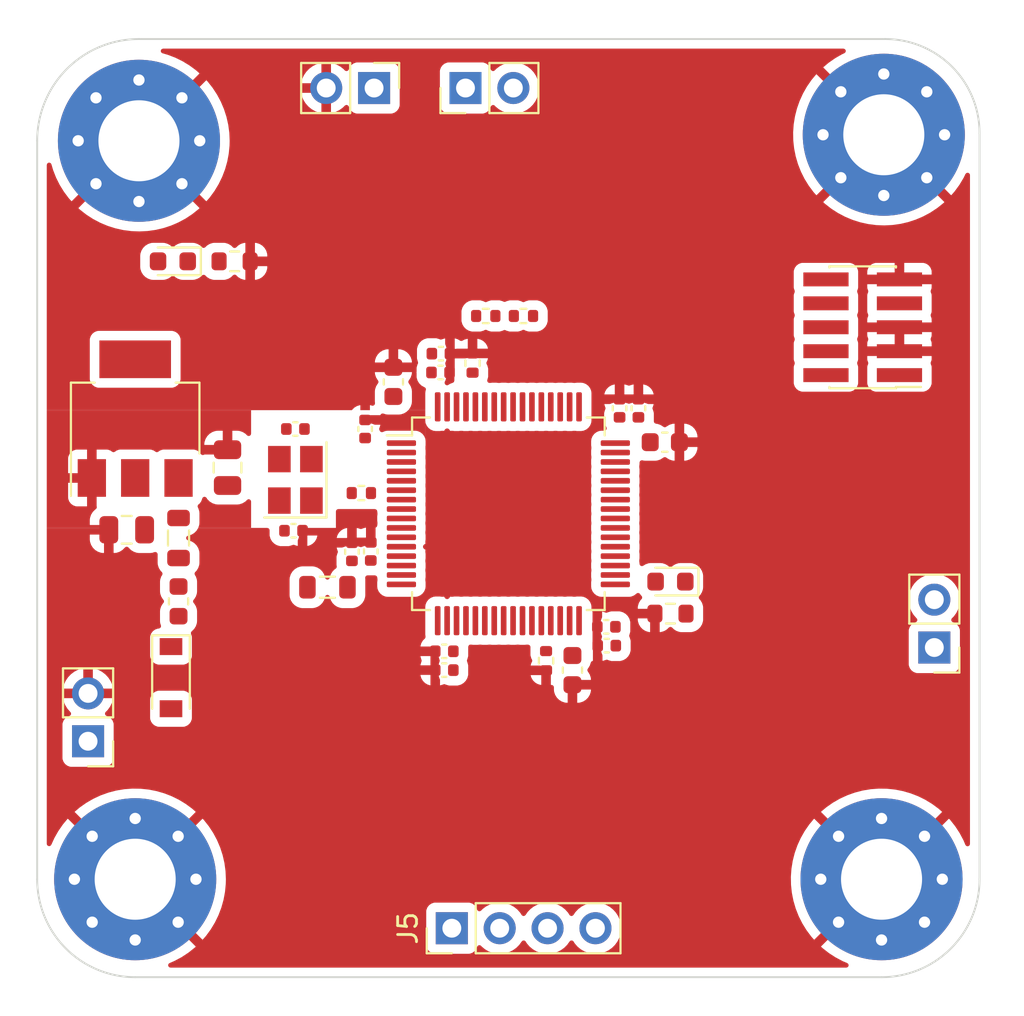
<source format=kicad_pcb>
(kicad_pcb (version 20211014) (generator pcbnew)
  (layers (0 "F.Cu" signal) (1 "In1.Cu" power) (2 "In2.Cu" power) (31 "B.Cu" signal) (34 "B.Paste" user) (35 "F.Paste" user) (36 "B.SilkS" user "B.Silkscreen") (37 "F.SilkS" user "F.Silkscreen") (38 "B.Mask" user) (39 "F.Mask" user) (44 "Edge.Cuts" user))
  (net 0 "")
  (net 1 "GND")
  (net 2 "Net-(D3-Pad1)")
  (net 3 "Net-(D2-Pad1)")
  (net 4 "BOOT0")
  (net 5 "Net-(C18-Pad1)")
  (net 6 "HSE_OUT")
  (net 7 "BOOT1")
  (net 8 "I2C1_SDA")
  (net 9 "+3V3")
  (net 10 "I2C1_SCL")
  (net 11 "Net-(C1-Pad2)")
  (net 15 "HSE_IN")
  (net 16 "NRST")
  (net 21 "+3.3VA")
  (net 26 "SPI1_CS")
  (net 27 "SPI1_SCK")
  (net 28 "SPI1_MISO")
  (net 29 "SPI1_MOSI")
  (net 36 "Net-(C15-Pad1)")
  (net 37 "Net-(D3-Pad2)")
  (net 46 "USART1_TX")
  (net 47 "USART1_RX")
  (net 50 "SWDIO")
  (net 51 "Net-(C16-Pad1)")
  (net 52 "SWCLK")
  (net 58 "SWO")
  (net 63 "Net-(F1-Pad2)")
  (net 64 "Net-(D1-Pad1)")
  (net 65 "VCC")
  (footprint "Capacitor_SMD:C_0402_1005Metric" (layer "F.Cu") (at 74.1 60.5 180)
    (fp_text reference "C17")
    (fp_text value "12p")
    (fp_line (start -0.107836 0.36) (end 0.107836 0.36) (layer "F.SilkS") (width 0.12))
    (fp_line (start -0.107836 -0.36) (end 0.107836 -0.36) (layer "F.SilkS") (width 0.12))
    (pad "1" smd roundrect (at -0.48 0 180) (size 0.56 0.62) (layers "F.Cu" "F.Paste" "F.Mask") (net 1 "GND"))
    (pad "2" smd roundrect (at 0.48 0 180) (size 0.56 0.62) (layers "F.Cu" "F.Paste" "F.Mask") (net 15 "HSE_IN"))
  )
  (footprint "Resistor_SMD:R_0402_1005Metric" (layer "F.Cu") (at 77.6 63.9 180)
    (fp_text reference "R6")
    (fp_text value "220")
    (fp_line (start -0.153641 0.38) (end 0.153641 0.38) (layer "F.SilkS") (width 0.12))
    (fp_line (start -0.153641 -0.38) (end 0.153641 -0.38) (layer "F.SilkS") (width 0.12))
    (pad "1" smd roundrect (at -0.51 0 180) (size 0.54 0.64) (layers "F.Cu" "F.Paste" "F.Mask") (net 5 "Net-(C18-Pad1)"))
    (pad "2" smd roundrect (at 0.51 0 180) (size 0.54 0.64) (layers "F.Cu" "F.Paste" "F.Mask") (net 6 "HSE_OUT"))
  )
  (footprint "Connector_PinHeader_2.54mm:PinHeader_1x02_P2.54mm_Vertical" (layer "F.Cu") (at 63.1 77.075 180)
    (fp_text reference "J1")
    (fp_text value "Conn_01x02")
    (fp_line (start -1.33 -1.33) (end 0 -1.33) (layer "F.SilkS") (width 0.12))
    (fp_line (start -1.33 3.87) (end 1.33 3.87) (layer "F.SilkS") (width 0.12))
    (fp_line (start 1.33 1.27) (end 1.33 3.87) (layer "F.SilkS") (width 0.12))
    (fp_line (start -1.33 1.27) (end -1.33 3.87) (layer "F.SilkS") (width 0.12))
    (fp_line (start -1.33 1.27) (end 1.33 1.27) (layer "F.SilkS") (width 0.12))
    (fp_line (start -1.33 0) (end -1.33 -1.33) (layer "F.SilkS") (width 0.12))
    (pad "1" thru_hole rect (at 0 0 180) (size 1.7 1.7) (drill 1) (layers *.Cu *.Mask) (net 65 "VCC"))
    (pad "2" thru_hole oval (at 0 2.54 180) (size 1.7 1.7) (drill 1) (layers *.Cu *.Mask) (net 1 "GND"))
  )
  (footprint "Capacitor_SMD:C_0805_2012Metric" (layer "F.Cu") (at 65.15 65.85 180)
    (fp_text reference "C2")
    (fp_text value "10u")
    (fp_line (start -0.261252 0.735) (end 0.261252 0.735) (layer "F.SilkS") (width 0.12))
    (fp_line (start -0.261252 -0.735) (end 0.261252 -0.735) (layer "F.SilkS") (width 0.12))
    (pad "1" smd roundrect (at -0.95 0 180) (size 1 1.45) (layers "F.Cu" "F.Paste" "F.Mask") (net 9 "+3V3"))
    (pad "2" smd roundrect (at 0.95 0 180) (size 1 1.45) (layers "F.Cu" "F.Paste" "F.Mask") (net 1 "GND"))
  )
  (footprint "Capacitor_SMD:C_0402_1005Metric" (layer "F.Cu") (at 81.8 57.5)
    (fp_text reference "C11")
    (fp_text value "100nf")
    (fp_line (start -0.107836 -0.36) (end 0.107836 -0.36) (layer "F.SilkS") (width 0.12))
    (fp_line (start -0.107836 0.36) (end 0.107836 0.36) (layer "F.SilkS") (width 0.12))
    (pad "1" smd roundrect (at -0.48 0) (size 0.56 0.62) (layers "F.Cu" "F.Paste" "F.Mask") (net 9 "+3V3"))
    (pad "2" smd roundrect (at 0.48 0) (size 0.56 0.62) (layers "F.Cu" "F.Paste" "F.Mask") (net 1 "GND"))
  )
  (footprint "Capacitor_SMD:C_0402_1005Metric" (layer "F.Cu") (at 78.1 67 90)
    (fp_text reference "C14")
    (fp_text value "10nf")
    (fp_line (start -0.107836 0.36) (end 0.107836 0.36) (layer "F.SilkS") (width 0.12))
    (fp_line (start -0.107836 -0.36) (end 0.107836 -0.36) (layer "F.SilkS") (width 0.12))
    (pad "1" smd roundrect (at -0.48 0 90) (size 0.56 0.62) (layers "F.Cu" "F.Paste" "F.Mask") (net 21 "+3.3VA"))
    (pad "2" smd roundrect (at 0.48 0 90) (size 0.56 0.62) (layers "F.Cu" "F.Paste" "F.Mask") (net 1 "GND"))
  )
  (footprint "Capacitor_SMD:C_0402_1005Metric" (layer "F.Cu") (at 81.82 56.5)
    (fp_text reference "C12")
    (fp_text value "100nf")
    (fp_line (start -0.107836 0.36) (end 0.107836 0.36) (layer "F.SilkS") (width 0.12))
    (fp_line (start -0.107836 -0.36) (end 0.107836 -0.36) (layer "F.SilkS") (width 0.12))
    (pad "1" smd roundrect (at -0.48 0) (size 0.56 0.62) (layers "F.Cu" "F.Paste" "F.Mask") (net 9 "+3V3"))
    (pad "2" smd roundrect (at 0.48 0) (size 0.56 0.62) (layers "F.Cu" "F.Paste" "F.Mask") (net 1 "GND"))
  )
  (footprint "Capacitor_SMD:C_0603_1608Metric" (layer "F.Cu") (at 93.7 61.2)
    (fp_text reference "C16")
    (fp_text value "2.2u")
    (fp_line (start -0.14058 -0.51) (end 0.14058 -0.51) (layer "F.SilkS") (width 0.12))
    (fp_line (start -0.14058 0.51) (end 0.14058 0.51) (layer "F.SilkS") (width 0.12))
    (pad "1" smd roundrect (at -0.775 0) (size 0.9 0.95) (layers "F.Cu" "F.Paste" "F.Mask") (net 51 "Net-(C16-Pad1)"))
    (pad "2" smd roundrect (at 0.775 0) (size 0.9 0.95) (layers "F.Cu" "F.Paste" "F.Mask") (net 1 "GND"))
  )
  (footprint "Connector_PinHeader_1.27mm:PinHeader_2x05_P1.27mm_Vertical_SMD" (layer "F.Cu") (at 104.2 55.1 180)
    (fp_text reference "J4")
    (fp_text value "Conn_02x05_Odd_Even")
    (fp_line (start -1.765 -3.235) (end 1.765 -3.235) (layer "F.SilkS") (width 0.12))
    (fp_line (start 1.765 3.17) (end 1.765 3.235) (layer "F.SilkS") (width 0.12))
    (fp_line (start -3.09 -3.17) (end -1.765 -3.17) (layer "F.SilkS") (width 0.12))
    (fp_line (start 1.765 -3.235) (end 1.765 -3.17) (layer "F.SilkS") (width 0.12))
    (fp_line (start -1.765 3.235) (end 1.765 3.235) (layer "F.SilkS") (width 0.12))
    (fp_line (start -1.765 -3.235) (end -1.765 -3.17) (layer "F.SilkS") (width 0.12))
    (fp_line (start -1.765 3.17) (end -1.765 3.235) (layer "F.SilkS") (width 0.12))
    (pad "1" smd rect (at -1.95 -2.54 180) (size 2.4 0.74) (layers "F.Cu" "F.Paste" "F.Mask") (net 9 "+3V3"))
    (pad "2" smd rect (at 1.95 -2.54 180) (size 2.4 0.74) (layers "F.Cu" "F.Paste" "F.Mask") (net 50 "SWDIO"))
    (pad "3" smd rect (at -1.95 -1.27 180) (size 2.4 0.74) (layers "F.Cu" "F.Paste" "F.Mask") (net 1 "GND"))
    (pad "4" smd rect (at 1.95 -1.27 180) (size 2.4 0.74) (layers "F.Cu" "F.Paste" "F.Mask") (net 52 "SWCLK"))
    (pad "5" smd rect (at -1.95 0 180) (size 2.4 0.74) (layers "F.Cu" "F.Paste" "F.Mask") (net 1 "GND"))
    (pad "6" smd rect (at 1.95 0 180) (size 2.4 0.74) (layers "F.Cu" "F.Paste" "F.Mask") (net 58 "SWO"))
    (pad "7" smd rect (at -1.95 1.27 180) (size 2.4 0.74) (layers "F.Cu" "F.Paste" "F.Mask"))
    (pad "8" smd rect (at 1.95 1.27 180) (size 2.4 0.74) (layers "F.Cu" "F.Paste" "F.Mask"))
    (pad "9" smd rect (at -1.95 2.54 180) (size 2.4 0.74) (layers "F.Cu" "F.Paste" "F.Mask") (net 1 "GND"))
    (pad "10" smd rect (at 1.95 2.54 180) (size 2.4 0.74) (layers "F.Cu" "F.Paste" "F.Mask") (net 16 "NRST"))
  )
  (footprint "Capacitor_SMD:C_0805_2012Metric" (layer "F.Cu") (at 70.5 62.55 -90)
    (fp_text reference "C1")
    (fp_text value "10u")
    (fp_line (start -0.261252 -0.735) (end 0.261252 -0.735) (layer "F.SilkS") (width 0.12))
    (fp_line (start -0.261252 0.735) (end 0.261252 0.735) (layer "F.SilkS") (width 0.12))
    (pad "1" smd roundrect (at -0.95 0 270) (size 1 1.45) (layers "F.Cu" "F.Paste" "F.Mask") (net 1 "GND"))
    (pad "2" smd roundrect (at 0.95 0 270) (size 1 1.45) (layers "F.Cu" "F.Paste" "F.Mask") (net 11 "Net-(C1-Pad2)"))
  )
  (footprint "Resistor_SMD:R_0402_1005Metric" (layer "F.Cu") (at 84.2 54.5 180)
    (fp_text reference "R2")
    (fp_text value "2k2")
    (fp_line (start -0.153641 0.38) (end 0.153641 0.38) (layer "F.SilkS") (width 0.12))
    (fp_line (start -0.153641 -0.38) (end 0.153641 -0.38) (layer "F.SilkS") (width 0.12))
    (pad "1" smd roundrect (at -0.51 0 180) (size 0.54 0.64) (layers "F.Cu" "F.Paste" "F.Mask") (net 10 "I2C1_SCL"))
    (pad "2" smd roundrect (at 0.51 0 180) (size 0.54 0.64) (layers "F.Cu" "F.Paste" "F.Mask") (net 9 "+3V3"))
  )
  (footprint "LED_SMD:LED_0603_1608Metric" (layer "F.Cu") (at 67.6 51.6 180)
    (fp_text reference "D2")
    (fp_text value "Red")
    (fp_line (start -1.485 -0.735) (end -1.485 0.735) (layer "F.SilkS") (width 0.12))
    (fp_line (start 0.8 -0.735) (end -1.485 -0.735) (layer "F.SilkS") (width 0.12))
    (fp_line (start -1.485 0.735) (end 0.8 0.735) (layer "F.SilkS") (width 0.12))
    (pad "1" smd roundrect (at -0.7875 0 180) (size 0.875 0.95) (layers "F.Cu" "F.Paste" "F.Mask") (net 3 "Net-(D2-Pad1)"))
    (pad "2" smd roundrect (at 0.7875 0 180) (size 0.875 0.95) (layers "F.Cu" "F.Paste" "F.Mask") (net 9 "+3V3"))
  )
  (footprint "Capacitor_SMD:C_0402_1005Metric" (layer "F.Cu") (at 82 72.3 180)
    (fp_text reference "C5")
    (fp_text value "100nf")
    (fp_line (start -0.107836 0.36) (end 0.107836 0.36) (layer "F.SilkS") (width 0.12))
    (fp_line (start -0.107836 -0.36) (end 0.107836 -0.36) (layer "F.SilkS") (width 0.12))
    (pad "1" smd roundrect (at -0.48 0 180) (size 0.56 0.62) (layers "F.Cu" "F.Paste" "F.Mask") (net 9 "+3V3"))
    (pad "2" smd roundrect (at 0.48 0 180) (size 0.56 0.62) (layers "F.Cu" "F.Paste" "F.Mask") (net 1 "GND"))
  )
  (footprint "Package_TO_SOT_SMD:SOT-223-3_TabPin2" (layer "F.Cu") (at 65.6 59.95 90)
    (fp_text reference "U1")
    (fp_text value "AMS1117-3.3")
    (fp_line (start -1.85 3.41) (end 1.91 3.41) (layer "F.SilkS") (width 0.12))
    (fp_line (start 1.91 3.41) (end 1.91 2.15) (layer "F.SilkS") (width 0.12))
    (fp_line (start 1.91 -3.41) (end 1.91 -2.15) (layer "F.SilkS") (width 0.12))
    (fp_line (start -4.1 -3.41) (end 1.91 -3.41) (layer "F.SilkS") (width 0.12))
    (pad "1" smd rect (at -3.15 -2.3 90) (size 2 1.5) (layers "F.Cu" "F.Paste" "F.Mask") (net 1 "GND"))
    (pad "2" smd rect (at -3.15 0 90) (size 2 1.5) (layers "F.Cu" "F.Paste" "F.Mask") (net 9 "+3V3"))
    (pad "2" smd rect (at 3.15 0 90) (size 2 3.8) (layers "F.Cu" "F.Paste" "F.Mask") (net 9 "+3V3"))
    (pad "3" smd rect (at -3.15 2.3 90) (size 2 1.5) (layers "F.Cu" "F.Paste" "F.Mask") (net 11 "Net-(C1-Pad2)"))
  )
  (footprint "Resistor_SMD:R_0402_1005Metric" (layer "F.Cu") (at 86.2 54.5 180)
    (fp_text reference "R3")
    (fp_text value "2k2")
    (fp_line (start -0.153641 -0.38) (end 0.153641 -0.38) (layer "F.SilkS") (width 0.12))
    (fp_line (start -0.153641 0.38) (end 0.153641 0.38) (layer "F.SilkS") (width 0.12))
    (pad "1" smd roundrect (at -0.51 0 180) (size 0.54 0.64) (layers "F.Cu" "F.Paste" "F.Mask") (net 8 "I2C1_SDA"))
    (pad "2" smd roundrect (at 0.51 0 180) (size 0.54 0.64) (layers "F.Cu" "F.Paste" "F.Mask") (net 9 "+3V3"))
  )
  (footprint "Connector_PinHeader_2.54mm:PinHeader_1x02_P2.54mm_Vertical" (layer "F.Cu") (at 78.275 42.4 -90)
    (fp_text reference "J3")
    (fp_text value "Conn_01x02")
    (fp_line (start -1.33 0) (end -1.33 -1.33) (layer "F.SilkS") (width 0.12))
    (fp_line (start -1.33 1.27) (end 1.33 1.27) (layer "F.SilkS") (width 0.12))
    (fp_line (start -1.33 1.27) (end -1.33 3.87) (layer "F.SilkS") (width 0.12))
    (fp_line (start -1.33 3.87) (end 1.33 3.87) (layer "F.SilkS") (width 0.12))
    (fp_line (start -1.33 -1.33) (end 0 -1.33) (layer "F.SilkS") (width 0.12))
    (fp_line (start 1.33 1.27) (end 1.33 3.87) (layer "F.SilkS") (width 0.12))
    (pad "1" thru_hole rect (at 0 0 270) (size 1.7 1.7) (drill 1) (layers *.Cu *.Mask) (net 9 "+3V3"))
    (pad "2" thru_hole oval (at 0 2.54 270) (size 1.7 1.7) (drill 1) (layers *.Cu *.Mask) (net 1 "GND"))
  )
  (footprint "Resistor_SMD:R_0603_1608Metric" (layer "F.Cu") (at 94 70.3)
    (fp_text reference "R7")
    (fp_text value "2k2")
    (fp_line (start -0.237258 0.5225) (end 0.237258 0.5225) (layer "F.SilkS") (width 0.12))
    (fp_line (start -0.237258 -0.5225) (end 0.237258 -0.5225) (layer "F.SilkS") (width 0.12))
    (pad "1" smd roundrect (at -0.825 0) (size 0.8 0.95) (layers "F.Cu" "F.Paste" "F.Mask") (net 1 "GND"))
    (pad "2" smd roundrect (at 0.825 0) (size 0.8 0.95) (layers "F.Cu" "F.Paste" "F.Mask") (net 2 "Net-(D3-Pad1)"))
  )
  (footprint "Package_QFP:LQFP-64_10x10mm_P0.5mm" (layer "F.Cu") (at 85.4 65)
    (fp_text reference "U2")
    (fp_text value "STM32F405RGT6")
    (fp_line (start -5.11 -5.11) (end -5.11 -4.16) (layer "F.SilkS") (width 0.12))
    (fp_line (start 5.11 5.11) (end 5.11 4.16) (layer "F.SilkS") (width 0.12))
    (fp_line (start 5.11 -5.11) (end 5.11 -4.16) (layer "F.SilkS") (width 0.12))
    (fp_line (start 4.16 -5.11) (end 5.11 -5.11) (layer "F.SilkS") (width 0.12))
    (fp_line (start -4.16 5.11) (end -5.11 5.11) (layer "F.SilkS") (width 0.12))
    (fp_line (start -5.11 5.11) (end -5.11 4.16) (layer "F.SilkS") (width 0.12))
    (fp_line (start 4.16 5.11) (end 5.11 5.11) (layer "F.SilkS") (width 0.12))
    (fp_line (start -4.16 -5.11) (end -5.11 -5.11) (layer "F.SilkS") (width 0.12))
    (fp_line (start -5.11 -4.16) (end -6.45 -4.16) (layer "F.SilkS") (width 0.12))
    (pad "1" smd roundrect (at -5.675 -3.75) (size 1.55 0.3) (layers "F.Cu" "F.Paste" "F.Mask") (net 9 "+3V3"))
    (pad "2" smd roundrect (at -5.675 -3.25) (size 1.55 0.3) (layers "F.Cu" "F.Paste" "F.Mask"))
    (pad "3" smd roundrect (at -5.675 -2.75) (size 1.55 0.3) (layers "F.Cu" "F.Paste" "F.Mask"))
    (pad "4" smd roundrect (at -5.675 -2.25) (size 1.55 0.3) (layers "F.Cu" "F.Paste" "F.Mask"))
    (pad "5" smd roundrect (at -5.675 -1.75) (size 1.55 0.3) (layers "F.Cu" "F.Paste" "F.Mask") (net 15 "HSE_IN"))
    (pad "6" smd roundrect (at -5.675 -1.25) (size 1.55 0.3) (layers "F.Cu" "F.Paste" "F.Mask") (net 6 "HSE_OUT"))
    (pad "7" smd roundrect (at -5.675 -0.75) (size 1.55 0.3) (layers "F.Cu" "F.Paste" "F.Mask") (net 16 "NRST"))
    (pad "8" smd roundrect (at -5.675 -0.25) (size 1.55 0.3) (layers "F.Cu" "F.Paste" "F.Mask"))
    (pad "9" smd roundrect (at -5.675 0.25) (size 1.55 0.3) (layers "F.Cu" "F.Paste" "F.Mask"))
    (pad "10" smd roundrect (at -5.675 0.75) (size 1.55 0.3) (layers "F.Cu" "F.Paste" "F.Mask"))
    (pad "11" smd roundrect (at -5.675 1.25) (size 1.55 0.3) (layers "F.Cu" "F.Paste" "F.Mask"))
    (pad "12" smd roundrect (at -5.675 1.75) (size 1.55 0.3) (layers "F.Cu" "F.Paste" "F.Mask") (net 1 "GND"))
    (pad "13" smd roundrect (at -5.675 2.25) (size 1.55 0.3) (layers "F.Cu" "F.Paste" "F.Mask") (net 21 "+3.3VA"))
    (pad "14" smd roundrect (at -5.675 2.75) (size 1.55 0.3) (layers "F.Cu" "F.Paste" "F.Mask"))
    (pad "15" smd roundrect (at -5.675 3.25) (size 1.55 0.3) (layers "F.Cu" "F.Paste" "F.Mask"))
    (pad "16" smd roundrect (at -5.675 3.75) (size 1.55 0.3) (layers "F.Cu" "F.Paste" "F.Mask"))
    (pad "17" smd roundrect (at -3.75 5.675) (size 0.3 1.55) (layers "F.Cu" "F.Paste" "F.Mask"))
    (pad "18" smd roundrect (at -3.25 5.675) (size 0.3 1.55) (layers "F.Cu" "F.Paste" "F.Mask") (net 1 "GND"))
    (pad "19" smd roundrect (at -2.75 5.675) (size 0.3 1.55) (layers "F.Cu" "F.Paste" "F.Mask") (net 9 "+3V3"))
    (pad "20" smd roundrect (at -2.25 5.675) (size 0.3 1.55) (layers "F.Cu" "F.Paste" "F.Mask") (net 26 "SPI1_CS"))
    (pad "21" smd roundrect (at -1.75 5.675) (size 0.3 1.55) (layers "F.Cu" "F.Paste" "F.Mask") (net 27 "SPI1_SCK"))
    (pad "22" smd roundrect (at -1.25 5.675) (size 0.3 1.55) (layers "F.Cu" "F.Paste" "F.Mask") (net 28 "SPI1_MISO"))
    (pad "23" smd roundrect (at -0.75 5.675) (size 0.3 1.55) (layers "F.Cu" "F.Paste" "F.Mask") (net 29 "SPI1_MOSI"))
    (pad "24" smd roundrect (at -0.25 5.675) (size 0.3 1.55) (layers "F.Cu" "F.Paste" "F.Mask"))
    (pad "25" smd roundrect (at 0.25 5.675) (size 0.3 1.55) (layers "F.Cu" "F.Paste" "F.Mask"))
    (pad "26" smd roundrect (at 0.75 5.675) (size 0.3 1.55) (layers "F.Cu" "F.Paste" "F.Mask"))
    (pad "27" smd roundrect (at 1.25 5.675) (size 0.3 1.55) (layers "F.Cu" "F.Paste" "F.Mask"))
    (pad "28" smd roundrect (at 1.75 5.675) (size 0.3 1.55) (layers "F.Cu" "F.Paste" "F.Mask") (net 7 "BOOT1"))
    (pad "29" smd roundrect (at 2.25 5.675) (size 0.3 1.55) (layers "F.Cu" "F.Paste" "F.Mask"))
    (pad "30" smd roundrect (at 2.75 5.675) (size 0.3 1.55) (layers "F.Cu" "F.Paste" "F.Mask"))
    (pad "31" smd roundrect (at 3.25 5.675) (size 0.3 1.55) (layers "F.Cu" "F.Paste" "F.Mask") (net 36 "Net-(C15-Pad1)"))
    (pad "32" smd roundrect (at 3.75 5.675) (size 0.3 1.55) (layers "F.Cu" "F.Paste" "F.Mask") (net 9 "+3V3"))
    (pad "33" smd roundrect (at 5.675 3.75) (size 1.55 0.3) (layers "F.Cu" "F.Paste" "F.Mask") (net 37 "Net-(D3-Pad2)"))
    (pad "34" smd roundrect (at 5.675 3.25) (size 1.55 0.3) (layers "F.Cu" "F.Paste" "F.Mask"))
    (pad "35" smd roundrect (at 5.675 2.75) (size 1.55 0.3) (layers "F.Cu" "F.Paste" "F.Mask"))
    (pad "36" smd roundrect (at 5.675 2.25) (size 1.55 0.3) (layers "F.Cu" "F.Paste" "F.Mask"))
    (pad "37" smd roundrect (at 5.675 1.75) (size 1.55 0.3) (layers "F.Cu" "F.Paste" "F.Mask"))
    (pad "38" smd roundrect (at 5.675 1.25) (size 1.55 0.3) (layers "F.Cu" "F.Paste" "F.Mask"))
    (pad "39" smd roundrect (at 5.675 0.75) (size 1.55 0.3) (layers "F.Cu" "F.Paste" "F.Mask"))
    (pad "40" smd roundrect (at 5.675 0.25) (size 1.55 0.3) (layers "F.Cu" "F.Paste" "F.Mask"))
    (pad "41" smd roundrect (at 5.675 -0.25) (size 1.55 0.3) (layers "F.Cu" "F.Paste" "F.Mask"))
    (pad "42" smd roundrect (at 5.675 -0.75) (size 1.55 0.3) (layers "F.Cu" "F.Paste" "F.Mask") (net 46 "USART1_TX"))
    (pad "43" smd roundrect (at 5.675 -1.25) (size 1.55 0.3) (layers "F.Cu" "F.Paste" "F.Mask") (net 47 "USART1_RX"))
    (pad "44" smd roundrect (at 5.675 -1.75) (size 1.55 0.3) (layers "F.Cu" "F.Paste" "F.Mask"))
    (pad "45" smd roundrect (at 5.675 -2.25) (size 1.55 0.3) (layers "F.Cu" "F.Paste" "F.Mask"))
    (pad "46" smd roundrect (at 5.675 -2.75) (size 1.55 0.3) (layers "F.Cu" "F.Paste" "F.Mask") (net 50 "SWDIO"))
    (pad "47" smd roundrect (at 5.675 -3.25) (size 1.55 0.3) (layers "F.Cu" "F.Paste" "F.Mask") (net 51 "Net-(C16-Pad1)"))
    (pad "48" smd roundrect (at 5.675 -3.75) (size 1.55 0.3) (layers "F.Cu" "F.Paste" "F.Mask") (net 9 "+3V3"))
    (pad "49" smd roundrect (at 3.75 -5.675) (size 0.3 1.55) (layers "F.Cu" "F.Paste" "F.Mask") (net 52 "SWCLK"))
    (pad "50" smd roundrect (at 3.25 -5.675) (size 0.3 1.55) (layers "F.Cu" "F.Paste" "F.Mask"))
    (pad "51" smd roundrect (at 2.75 -5.675) (size 0.3 1.55) (layers "F.Cu" "F.Paste" "F.Mask"))
    (pad "52" smd roundrect (at 2.25 -5.675) (size 0.3 1.55) (layers "F.Cu" "F.Paste" "F.Mask"))
    (pad "53" smd roundrect (at 1.75 -5.675) (size 0.3 1.55) (layers "F.Cu" "F.Paste" "F.Mask"))
    (pad "54" smd roundrect (at 1.25 -5.675) (size 0.3 1.55) (layers "F.Cu" "F.Paste" "F.Mask"))
    (pad "55" smd roundrect (at 0.75 -5.675) (size 0.3 1.55) (layers "F.Cu" "F.Paste" "F.Mask") (net 58 "SWO"))
    (pad "56" smd roundrect (at 0.25 -5.675) (size 0.3 1.55) (layers "F.Cu" "F.Paste" "F.Mask"))
    (pad "57" smd roundrect (at -0.25 -5.675) (size 0.3 1.55) (layers "F.Cu" "F.Paste" "F.Mask"))
    (pad "58" smd roundrect (at -0.75 -5.675) (size 0.3 1.55) (layers "F.Cu" "F.Paste" "F.Mask") (net 10 "I2C1_SCL"))
    (pad "59" smd roundrect (at -1.25 -5.675) (size 0.3 1.55) (layers "F.Cu" "F.Paste" "F.Mask") (net 8 "I2C1_SDA"))
    (pad "60" smd roundrect (at -1.75 -5.675) (size 0.3 1.55) (layers "F.Cu" "F.Paste" "F.Mask") (net 4 "BOOT0"))
    (pad "61" smd roundrect (at -2.25 -5.675) (size 0.3 1.55) (layers "F.Cu" "F.Paste" "F.Mask"))
    (pad "62" smd roundrect (at -2.75 -5.675) (size 0.3 1.55) (layers "F.Cu" "F.Paste" "F.Mask"))
    (pad "63" smd roundrect (at -3.25 -5.675) (size 0.3 1.55) (layers "F.Cu" "F.Paste" "F.Mask") (net 1 "GND"))
    (pad "64" smd roundrect (at -3.75 -5.675) (size 0.3 1.55) (layers "F.Cu" "F.Paste" "F.Mask") (net 9 "+3V3"))
  )
  (footprint "Capacitor_SMD:C_0603_1608Metric" (layer "F.Cu") (at 88.8 73.3 -90)
    (fp_text reference "C15")
    (fp_text value "2.2u")
    (fp_line (start -0.14058 0.51) (end 0.14058 0.51) (layer "F.SilkS") (width 0.12))
    (fp_line (start -0.14058 -0.51) (end 0.14058 -0.51) (layer "F.SilkS") (width 0.12))
    (pad "1" smd roundrect (at -0.775 0 270) (size 0.9 0.95) (layers "F.Cu" "F.Paste" "F.Mask") (net 36 "Net-(C15-Pad1)"))
    (pad "2" smd roundrect (at 0.775 0 270) (size 0.9 0.95) (layers "F.Cu" "F.Paste" "F.Mask") (net 1 "GND"))
  )
  (footprint "Capacitor_SMD:C_0402_1005Metric" (layer "F.Cu") (at 77.8 60.5 90)
    (fp_text reference "C4")
    (fp_text value "100nf")
    (fp_line (start -0.107836 -0.36) (end 0.107836 -0.36) (layer "F.SilkS") (width 0.12))
    (fp_line (start -0.107836 0.36) (end 0.107836 0.36) (layer "F.SilkS") (width 0.12))
    (pad "1" smd roundrect (at -0.48 0 90) (size 0.56 0.62) (layers "F.Cu" "F.Paste" "F.Mask") (net 9 "+3V3"))
    (pad "2" smd roundrect (at 0.48 0 90) (size 0.56 0.62) (layers "F.Cu" "F.Paste" "F.Mask") (net 1 "GND"))
  )
  (footprint "Resistor_SMD:R_0402_1005Metric" (layer "F.Cu") (at 83.5 57 -90)
    (fp_text reference "R4")
    (fp_text value "10k")
    (fp_line (start -0.153641 0.38) (end 0.153641 0.38) (layer "F.SilkS") (width 0.12))
    (fp_line (start -0.153641 -0.38) (end 0.153641 -0.38) (layer "F.SilkS") (width 0.12))
    (pad "1" smd roundrect (at -0.51 0 270) (size 0.54 0.64) (layers "F.Cu" "F.Paste" "F.Mask") (net 1 "GND"))
    (pad "2" smd roundrect (at 0.51 0 270) (size 0.54 0.64) (layers "F.Cu" "F.Paste" "F.Mask") (net 4 "BOOT0"))
  )
  (footprint "Diode_SMD:D_SOD-123" (layer "F.Cu") (at 67.5 73.7 -90)
    (fp_text reference "D1")
    (fp_text value "B5819W")
    (fp_line (start -2.25 1) (end 1.65 1) (layer "F.SilkS") (width 0.12))
    (fp_line (start -2.25 -1) (end 1.65 -1) (layer "F.SilkS") (width 0.12))
    (fp_line (start -2.25 -1) (end -2.25 1) (layer "F.SilkS") (width 0.12))
    (pad "1" smd rect (at -1.65 0 270) (size 0.9 1.2) (layers "F.Cu" "F.Paste" "F.Mask") (net 64 "Net-(D1-Pad1)"))
    (pad "2" smd rect (at 1.65 0 270) (size 0.9 1.2) (layers "F.Cu" "F.Paste" "F.Mask") (net 65 "VCC"))
  )
  (footprint "Capacitor_SMD:C_0402_1005Metric" (layer "F.Cu") (at 91.3 59.4 90)
    (fp_text reference "C9")
    (fp_text value "100nf")
    (fp_line (start -0.107836 0.36) (end 0.107836 0.36) (layer "F.SilkS") (width 0.12))
    (fp_line (start -0.107836 -0.36) (end 0.107836 -0.36) (layer "F.SilkS") (width 0.12))
    (pad "1" smd roundrect (at -0.48 0 90) (size 0.56 0.62) (layers "F.Cu" "F.Paste" "F.Mask") (net 9 "+3V3"))
    (pad "2" smd roundrect (at 0.48 0 90) (size 0.56 0.62) (layers "F.Cu" "F.Paste" "F.Mask") (net 1 "GND"))
  )
  (footprint "Resistor_SMD:R_0603_1608Metric" (layer "F.Cu") (at 70.875 51.6 180)
    (fp_text reference "R1")
    (fp_text value "2k2")
    (fp_line (start -0.237258 0.5225) (end 0.237258 0.5225) (layer "F.SilkS") (width 0.12))
    (fp_line (start -0.237258 -0.5225) (end 0.237258 -0.5225) (layer "F.SilkS") (width 0.12))
    (pad "1" smd roundrect (at -0.825 0 180) (size 0.8 0.95) (layers "F.Cu" "F.Paste" "F.Mask") (net 1 "GND"))
    (pad "2" smd roundrect (at 0.825 0 180) (size 0.8 0.95) (layers "F.Cu" "F.Paste" "F.Mask") (net 3 "Net-(D2-Pad1)"))
  )
  (footprint "Fuse:Fuse_0603_1608Metric" (layer "F.Cu") (at 67.9 69.65 90)
    (fp_text reference "F1")
    (fp_text value "500mA")
    (fp_line (start -0.162779 0.51) (end 0.162779 0.51) (layer "F.SilkS") (width 0.12))
    (fp_line (start -0.162779 -0.51) (end 0.162779 -0.51) (layer "F.SilkS") (width 0.12))
    (pad "1" smd roundrect (at -0.7875 0 90) (size 0.875 0.95) (layers "F.Cu" "F.Paste" "F.Mask") (net 64 "Net-(D1-Pad1)"))
    (pad "2" smd roundrect (at 0.7875 0 90) (size 0.875 0.95) (layers "F.Cu" "F.Paste" "F.Mask") (net 63 "Net-(F1-Pad2)"))
  )
  (footprint "MountingHole:MountingHole_4.3mm_M4_Pad_Via" (layer "F.Cu") (at 105.2 84.4)
    (fp_text reference "H2")
    (fp_text value "MountingHole_Pad")
    (pad "1" thru_hole circle (at 2.280419 -2.280419) (size 0.9 0.9) (drill 0.6) (layers *.Cu *.Mask) (net 1 "GND"))
    (pad "1" thru_hole circle (at 0 3.225) (size 0.9 0.9) (drill 0.6) (layers *.Cu *.Mask) (net 1 "GND"))
    (pad "1" thru_hole circle (at -3.225 0) (size 0.9 0.9) (drill 0.6) (layers *.Cu *.Mask) (net 1 "GND"))
    (pad "1" thru_hole circle (at 2.280419 2.280419) (size 0.9 0.9) (drill 0.6) (layers *.Cu *.Mask) (net 1 "GND"))
    (pad "1" thru_hole circle (at 0 0) (size 8.6 8.6) (drill 4.3) (layers *.Cu *.Mask) (net 1 "GND"))
    (pad "1" thru_hole circle (at -2.280419 -2.280419) (size 0.9 0.9) (drill 0.6) (layers *.Cu *.Mask) (net 1 "GND"))
    (pad "1" thru_hole circle (at 0 -3.225) (size 0.9 0.9) (drill 0.6) (layers *.Cu *.Mask) (net 1 "GND"))
    (pad "1" thru_hole circle (at -2.280419 2.280419) (size 0.9 0.9) (drill 0.6) (layers *.Cu *.Mask) (net 1 "GND"))
    (pad "1" thru_hole circle (at 3.225 0) (size 0.9 0.9) (drill 0.6) (layers *.Cu *.Mask) (net 1 "GND"))
  )
  (footprint "Capacitor_SMD:C_0402_1005Metric" (layer "F.Cu") (at 77.1 67.02 90)
    (fp_text reference "C13")
    (fp_text value "100nf")
    (fp_line (start -0.107836 0.36) (end 0.107836 0.36) (layer "F.SilkS") (width 0.12))
    (fp_line (start -0.107836 -0.36) (end 0.107836 -0.36) (layer "F.SilkS") (width 0.12))
    (pad "1" smd roundrect (at -0.48 0 90) (size 0.56 0.62) (layers "F.Cu" "F.Paste" "F.Mask") (net 21 "+3.3VA"))
    (pad "2" smd roundrect (at 0.48 0 90) (size 0.56 0.62) (layers "F.Cu" "F.Paste" "F.Mask") (net 1 "GND"))
  )
  (footprint "Capacitor_SMD:C_0402_1005Metric" (layer "F.Cu") (at 90.62 72 180)
    (fp_text reference "C8")
    (fp_text value "100nf")
    (fp_line (start -0.107836 -0.36) (end 0.107836 -0.36) (layer "F.SilkS") (width 0.12))
    (fp_line (start -0.107836 0.36) (end 0.107836 0.36) (layer "F.SilkS") (width 0.12))
    (pad "1" smd roundrect (at -0.48 0 180) (size 0.56 0.62) (layers "F.Cu" "F.Paste" "F.Mask") (net 9 "+3V3"))
    (pad "2" smd roundrect (at 0.48 0 180) (size 0.56 0.62) (layers "F.Cu" "F.Paste" "F.Mask") (net 1 "GND"))
  )
  (footprint "Connector_PinHeader_2.54mm:PinHeader_1x02_P2.54mm_Vertical" (layer "F.Cu") (at 108 72.1 180)
    (fp_text reference "J6")
    (fp_text value "Conn_01x02")
    (fp_line (start -1.33 -1.33) (end 0 -1.33) (layer "F.SilkS") (width 0.12))
    (fp_line (start 1.33 1.27) (end 1.33 3.87) (layer "F.SilkS") (width 0.12))
    (fp_line (start -1.33 1.27) (end -1.33 3.87) (layer "F.SilkS") (width 0.12))
    (fp_line (start -1.33 0) (end -1.33 -1.33) (layer "F.SilkS") (width 0.12))
    (fp_line (start -1.33 1.27) (end 1.33 1.27) (layer "F.SilkS") (width 0.12))
    (fp_line (start -1.33 3.87) (end 1.33 3.87) (layer "F.SilkS") (width 0.12))
    (pad "1" thru_hole rect (at 0 0 180) (size 1.7 1.7) (drill 1) (layers *.Cu *.Mask) (net 46 "USART1_TX"))
    (pad "2" thru_hole oval (at 0 2.54 180) (size 1.7 1.7) (drill 1) (layers *.Cu *.Mask) (net 47 "USART1_RX"))
  )
  (footprint "MountingHole:MountingHole_4.3mm_M4_Pad_Via" (layer "F.Cu") (at 105.319581 44.880419)
    (fp_text reference "H3")
    (fp_text value "MountingHole_Pad")
    (pad "1" thru_hole circle (at -2.280419 2.280419) (size 0.9 0.9) (drill 0.6) (layers *.Cu *.Mask) (net 1 "GND"))
    (pad "1" thru_hole circle (at 3.225 0) (size 0.9 0.9) (drill 0.6) (layers *.Cu *.Mask) (net 1 "GND"))
    (pad "1" thru_hole circle (at 2.280419 2.280419) (size 0.9 0.9) (drill 0.6) (layers *.Cu *.Mask) (net 1 "GND"))
    (pad "1" thru_hole circle (at -3.225 0) (size 0.9 0.9) (drill 0.6) (layers *.Cu *.Mask) (net 1 "GND"))
    (pad "1" thru_hole circle (at 0 3.225) (size 0.9 0.9) (drill 0.6) (layers *.Cu *.Mask) (net 1 "GND"))
    (pad "1" thru_hole circle (at 2.280419 -2.280419) (size 0.9 0.9) (drill 0.6) (layers *.Cu *.Mask) (net 1 "GND"))
    (pad "1" thru_hole circle (at 0 -3.225) (size 0.9 0.9) (drill 0.6) (layers *.Cu *.Mask) (net 1 "GND"))
    (pad "1" thru_hole circle (at 0 0) (size 8.6 8.6) (drill 4.3) (layers *.Cu *.Mask) (net 1 "GND"))
    (pad "1" thru_hole circle (at -2.280419 -2.280419) (size 0.9 0.9) (drill 0.6) (layers *.Cu *.Mask) (net 1 "GND"))
  )
  (footprint "Connector_PinHeader_2.54mm:PinHeader_1x04_P2.54mm_Vertical" (layer "F.Cu") (at 82.4 87 90)
    (fp_text reference "J5" (at 0 -2.33 90) (layer "F.SilkS"))
    (fp_text value "Conn_01x04")
    (fp_line (start 1.33 1.27) (end 1.33 8.95) (layer "F.SilkS") (width 0.12))
    (fp_line (start -1.33 0) (end -1.33 -1.33) (layer "F.SilkS") (width 0.12))
    (fp_line (start -1.33 8.95) (end 1.33 8.95) (layer "F.SilkS") (width 0.12))
    (fp_line (start -1.33 1.27) (end -1.33 8.95) (layer "F.SilkS") (width 0.12))
    (fp_line (start -1.33 -1.33) (end 0 -1.33) (layer "F.SilkS") (width 0.12))
    (fp_line (start -1.33 1.27) (end 1.33 1.27) (layer "F.SilkS") (width 0.12))
    (pad "1" thru_hole rect (at 0 0 90) (size 1.7 1.7) (drill 1) (layers *.Cu *.Mask) (net 26 "SPI1_CS"))
    (pad "2" thru_hole oval (at 0 2.54 90) (size 1.7 1.7) (drill 1) (layers *.Cu *.Mask) (net 27 "SPI1_SCK"))
    (pad "3" thru_hole oval (at 0 5.08 90) (size 1.7 1.7) (drill 1) (layers *.Cu *.Mask) (net 28 "SPI1_MISO"))
    (pad "4" thru_hole oval (at 0 7.62 90) (size 1.7 1.7) (drill 1) (layers *.Cu *.Mask) (net 29 "SPI1_MOSI"))
  )
  (footprint "Crystal:Crystal_SMD_3225-4Pin_3.2x2.5mm" (layer "F.Cu") (at 74.1 63.2 90)
    (fp_text reference "HSE1")
    (fp_text value "16Mhz")
    (fp_line (start -2 -1.65) (end -2 1.65) (layer "F.SilkS") (width 0.12))
    (fp_line (start -2 1.65) (end 2 1.65) (layer "F.SilkS") (width 0.12))
    (pad "1" smd rect (at -1.1 0.85 90) (size 1.4 1.2) (layers "F.Cu" "F.Paste" "F.Mask") (net 15 "HSE_IN"))
    (pad "2" smd rect (at 1.1 0.85 90) (size 1.4 1.2) (layers "F.Cu" "F.Paste" "F.Mask") (net 1 "GND"))
    (pad "3" smd rect (at 1.1 -0.85 90) (size 1.4 1.2) (layers "F.Cu" "F.Paste" "F.Mask") (net 5 "Net-(C18-Pad1)"))
    (pad "4" smd rect (at -1.1 -0.85 90) (size 1.4 1.2) (layers "F.Cu" "F.Paste" "F.Mask") (net 1 "GND"))
  )
  (footprint "Inductor_SMD:L_0805_2012Metric" (layer "F.Cu") (at 75.8 68.9 180)
    (fp_text reference "FB2")
    (fp_text value "100 @ 100 MHz")
    (fp_line (start -0.399622 -0.56) (end 0.399622 -0.56) (layer "F.SilkS") (width 0.12))
    (fp_line (start -0.399622 0.56) (end 0.399622 0.56) (layer "F.SilkS") (width 0.12))
    (pad "1" smd roundrect (at -1.0625 0 180) (size 0.875 1.2) (layers "F.Cu" "F.Paste" "F.Mask") (net 9 "+3V3"))
    (pad "2" smd roundrect (at 1.0625 0 180) (size 0.875 1.2) (layers "F.Cu" "F.Paste" "F.Mask") (net 21 "+3.3VA"))
  )
  (footprint "Capacitor_SMD:C_0402_1005Metric" (layer "F.Cu") (at 90.6 71 180)
    (fp_text reference "C7")
    (fp_text value "100nf")
    (fp_line (start -0.107836 0.36) (end 0.107836 0.36) (layer "F.SilkS") (width 0.12))
    (fp_line (start -0.107836 -0.36) (end 0.107836 -0.36) (layer "F.SilkS") (width 0.12))
    (pad "1" smd roundrect (at -0.48 0 180) (size 0.56 0.62) (layers "F.Cu" "F.Paste" "F.Mask") (net 9 "+3V3"))
    (pad "2" smd roundrect (at 0.48 0 180) (size 0.56 0.62) (layers "F.Cu" "F.Paste" "F.Mask") (net 1 "GND"))
  )
  (footprint "Capacitor_SMD:C_0402_1005Metric" (layer "F.Cu") (at 92.3 59.4 90)
    (fp_text reference "C10")
    (fp_text value "100nf")
    (fp_line (start -0.107836 -0.36) (end 0.107836 -0.36) (layer "F.SilkS") (width 0.12))
    (fp_line (start -0.107836 0.36) (end 0.107836 0.36) (layer "F.SilkS") (width 0.12))
    (pad "1" smd roundrect (at -0.48 0 90) (size 0.56 0.62) (layers "F.Cu" "F.Paste" "F.Mask") (net 9 "+3V3"))
    (pad "2" smd roundrect (at 0.48 0 90) (size 0.56 0.62) (layers "F.Cu" "F.Paste" "F.Mask") (net 1 "GND"))
  )
  (footprint "Capacitor_SMD:C_0402_1005Metric" (layer "F.Cu") (at 82 73.3 180)
    (fp_text reference "C6")
    (fp_text value "100nf")
    (fp_line (start -0.107836 0.36) (end 0.107836 0.36) (layer "F.SilkS") (width 0.12))
    (fp_line (start -0.107836 -0.36) (end 0.107836 -0.36) (layer "F.SilkS") (width 0.12))
    (pad "1" smd roundrect (at -0.48 0 180) (size 0.56 0.62) (layers "F.Cu" "F.Paste" "F.Mask") (net 9 "+3V3"))
    (pad "2" smd roundrect (at 0.48 0 180) (size 0.56 0.62) (layers "F.Cu" "F.Paste" "F.Mask") (net 1 "GND"))
  )
  (footprint "MountingHole:MountingHole_4.3mm_M4_Pad_Via" (layer "F.Cu") (at 65.8 45.2)
    (fp_text reference "H4")
    (fp_text value "MountingHole_Pad")
    (pad "1" thru_hole circle (at 3.225 0) (size 0.9 0.9) (drill 0.6) (layers *.Cu *.Mask) (net 1 "GND"))
    (pad "1" thru_hole circle (at -2.280419 2.280419) (size 0.9 0.9) (drill 0.6) (layers *.Cu *.Mask) (net 1 "GND"))
    (pad "1" thru_hole circle (at 2.280419 -2.280419) (size 0.9 0.9) (drill 0.6) (layers *.Cu *.Mask) (net 1 "GND"))
    (pad "1" thru_hole circle (at 0 -3.225) (size 0.9 0.9) (drill 0.6) (layers *.Cu *.Mask) (net 1 "GND"))
    (pad "1" thru_hole circle (at 0 0) (size 8.6 8.6) (drill 4.3) (layers *.Cu *.Mask) (net 1 "GND"))
    (pad "1" thru_hole circle (at 2.280419 2.280419) (size 0.9 0.9) (drill 0.6) (layers *.Cu *.Mask) (net 1 "GND"))
    (pad "1" thru_hole circle (at 0 3.225) (size 0.9 0.9) (drill 0.6) (layers *.Cu *.Mask) (net 1 "GND"))
    (pad "1" thru_hole circle (at -3.225 0) (size 0.9 0.9) (drill 0.6) (layers *.Cu *.Mask) (net 1 "GND"))
    (pad "1" thru_hole circle (at -2.280419 -2.280419) (size 0.9 0.9) (drill 0.6) (layers *.Cu *.Mask) (net 1 "GND"))
  )
  (footprint "LED_SMD:LED_0603_1608Metric" (layer "F.Cu") (at 94 68.6 180)
    (fp_text reference "D3")
    (fp_text value "Red")
    (fp_line (start -1.485 0.735) (end 0.8 0.735) (layer "F.SilkS") (width 0.12))
    (fp_line (start 0.8 -0.735) (end -1.485 -0.735) (layer "F.SilkS") (width 0.12))
    (fp_line (start -1.485 -0.735) (end -1.485 0.735) (layer "F.SilkS") (width 0.12))
    (pad "1" smd roundrect (at -0.7875 0 180) (size 0.875 0.95) (layers "F.Cu" "F.Paste" "F.Mask") (net 2 "Net-(D3-Pad1)"))
    (pad "2" smd roundrect (at 0.7875 0 180) (size 0.875 0.95) (layers "F.Cu" "F.Paste" "F.Mask") (net 37 "Net-(D3-Pad2)"))
  )
  (footprint "MountingHole:MountingHole_4.3mm_M4_Pad_Via" (layer "F.Cu") (at 65.6 84.4)
    (fp_text reference "H1")
    (fp_text value "MountingHole_Pad")
    (pad "1" thru_hole circle (at 2.280419 2.280419) (size 0.9 0.9) (drill 0.6) (layers *.Cu *.Mask) (net 1 "GND"))
    (pad "1" thru_hole circle (at 3.225 0) (size 0.9 0.9) (drill 0.6) (layers *.Cu *.Mask) (net 1 "GND"))
    (pad "1" thru_hole circle (at -2.280419 2.280419) (size 0.9 0.9) (drill 0.6) (layers *.Cu *.Mask) (net 1 "GND"))
    (pad "1" thru_hole circle (at 0 3.225) (size 0.9 0.9) (drill 0.6) (layers *.Cu *.Mask) (net 1 "GND"))
    (pad "1" thru_hole circle (at -3.225 0) (size 0.9 0.9) (drill 0.6) (layers *.Cu *.Mask) (net 1 "GND"))
    (pad "1" thru_hole circle (at 0 0) (size 8.6 8.6) (drill 4.3) (layers *.Cu *.Mask) (net 1 "GND"))
    (pad "1" thru_hole circle (at 2.280419 -2.280419) (size 0.9 0.9) (drill 0.6) (layers *.Cu *.Mask) (net 1 "GND"))
    (pad "1" thru_hole circle (at 0 -3.225) (size 0.9 0.9) (drill 0.6) (layers *.Cu *.Mask) (net 1 "GND"))
    (pad "1" thru_hole circle (at -2.280419 -2.280419) (size 0.9 0.9) (drill 0.6) (layers *.Cu *.Mask) (net 1 "GND"))
  )
  (footprint "Capacitor_SMD:C_0402_1005Metric" (layer "F.Cu") (at 74 65.9)
    (fp_text reference "C18")
    (fp_text value "12p")
    (fp_line (start -0.107836 -0.36) (end 0.107836 -0.36) (layer "F.SilkS") (width 0.12))
    (fp_line (start -0.107836 0.36) (end 0.107836 0.36) (layer "F.SilkS") (width 0.12))
    (pad "1" smd roundrect (at -0.48 0) (size 0.56 0.62) (layers "F.Cu" "F.Paste" "F.Mask") (net 5 "Net-(C18-Pad1)"))
    (pad "2" smd roundrect (at 0.48 0) (size 0.56 0.62) (layers "F.Cu" "F.Paste" "F.Mask") (net 1 "GND"))
  )
  (footprint "Connector_PinHeader_2.54mm:PinHeader_1x02_P2.54mm_Vertical" (layer "F.Cu") (at 83.125 42.4 90)
    (fp_text reference "J2")
    (fp_text value "Conn_01x02")
    (fp_line (start -1.33 -1.33) (end 0 -1.33) (layer "F.SilkS") (width 0.12))
    (fp_line (start -1.33 0) (end -1.33 -1.33) (layer "F.SilkS") (width 0.12))
    (fp_line (start -1.33 1.27) (end -1.33 3.87) (layer "F.SilkS") (width 0.12))
    (fp_line (start 1.33 1.27) (end 1.33 3.87) (layer "F.SilkS") (width 0.12))
    (fp_line (start -1.33 1.27) (end 1.33 1.27) (layer "F.SilkS") (width 0.12))
    (fp_line (start -1.33 3.87) (end 1.33 3.87) (layer "F.SilkS") (width 0.12))
    (pad "1" thru_hole rect (at 0 0 90) (size 1.7 1.7) (drill 1) (layers *.Cu *.Mask) (net 8 "I2C1_SDA"))
    (pad "2" thru_hole oval (at 0 2.54 90) (size 1.7 1.7) (drill 1) (layers *.Cu *.Mask) (net 10 "I2C1_SCL"))
  )
  (footprint "Inductor_SMD:L_0805_2012Metric" (layer "F.Cu") (at 67.9 66.2875 -90)
    (fp_text reference "FB1")
    (fp_text value "100 @ 100 MHz")
    (fp_line (start -0.399622 0.56) (end 0.399622 0.56) (layer "F.SilkS") (width 0.12))
    (fp_line (start -0.399622 -0.56) (end 0.399622 -0.56) (layer "F.SilkS") (width 0.12))
    (pad "1" smd roundrect (at -1.0625 0 270) (size 0.875 1.2) (layers "F.Cu" "F.Paste" "F.Mask") (net 63 "Net-(F1-Pad2)"))
    (pad "2" smd roundrect (at 1.0625 0 270) (size 0.875 1.2) (layers "F.Cu" "F.Paste" "F.Mask") (net 11 "Net-(C1-Pad2)"))
  )
  (footprint "Capacitor_SMD:C_0603_1608Metric" (layer "F.Cu") (at 79.3 58 90)
    (fp_text reference "C3")
    (fp_text value "10u")
    (fp_line (start -0.14058 -0.51) (end 0.14058 -0.51) (layer "F.SilkS") (width 0.12))
    (fp_line (start -0.14058 0.51) (end 0.14058 0.51) (layer "F.SilkS") (width 0.12))
    (pad "1" smd roundrect (at -0.775 0 90) (size 0.9 0.95) (layers "F.Cu" "F.Paste" "F.Mask") (net 9 "+3V3"))
    (pad "2" smd roundrect (at 0.775 0 90) (size 0.9 0.95) (layers "F.Cu" "F.Paste" "F.Mask") (net 1 "GND"))
  )
  (footprint "Resistor_SMD:R_0402_1005Metric" (layer "F.Cu") (at 87.4 72.8 90)
    (fp_text reference "R5")
    (fp_text value "10k")
    (fp_line (start -0.153641 -0.38) (end 0.153641 -0.38) (layer "F.SilkS") (width 0.12))
    (fp_line (start -0.153641 0.38) (end 0.153641 0.38) (layer "F.SilkS") (width 0.12))
    (pad "1" smd roundrect (at -0.51 0 90) (size 0.54 0.64) (layers "F.Cu" "F.Paste" "F.Mask") (net 1 "GND"))
    (pad "2" smd roundrect (at 0.51 0 90) (size 0.54 0.64) (layers "F.Cu" "F.Paste" "F.Mask") (net 7 "BOOT1"))
  )
  (gr_line (start 110.4 44.8) (end 110.4 84.4) (layer "Edge.Cuts") (width 0.1))
  (gr_line (start 60.4 84.4) (end 60.4 45.2) (layer "Edge.Cuts") (width 0.1))
  (gr_line (start 65.8 39.8) (end 105.4 39.8) (layer "Edge.Cuts") (width 0.1))
  (gr_arc (start 65.6 89.6) (mid 61.923045 88.076955) (end 60.4 84.4) (layer "Edge.Cuts") (width 0.1))
  (gr_line (start 105.2 89.6) (end 65.6 89.6) (layer "Edge.Cuts") (width 0.1))
  (gr_arc (start 105.4 39.8) (mid 108.935534 41.264466) (end 110.4 44.8) (layer "Edge.Cuts") (width 0.1))
  (gr_arc (start 110.4 84.4) (mid 108.876955 88.076955) (end 105.2 89.6) (layer "Edge.Cuts") (width 0.1))
  (gr_arc (start 60.4 45.2) (mid 61.981623 41.381623) (end 65.8 39.8) (layer "Edge.Cuts") (width 0.1))
  (zone (net 1) (net_name "GND") (layer "F.Cu") (connect_pads (clearance 0.508)) (min_thickness 0.254) (fill yes (thermal_gap 0.508) (thermal_bridge_width 0.508))
    (polygon (pts (xy 81 61.5) (xy 76.75 61.5) (xy 76.75 59.5) (xy 81 59.5)))
  )
  (zone (net 1) (net_name "GND") (layer "F.Cu") (connect_pads (clearance 0.508)) (min_thickness 0.254) (fill yes (thermal_gap 0.508) (thermal_bridge_width 0.508))
    (polygon (pts (xy 71.75 65.75) (xy 60.25 65.75) (xy 60.25 59.5) (xy 71.75 59.5)))
  )
  (zone (net 1) (net_name "GND") (layer "F.Cu") (connect_pads (clearance 0.508)) (min_thickness 0.254) (fill yes (thermal_gap 0.508) (thermal_bridge_width 0.508))
    (polygon (pts (xy 110.5 90) (xy 60.25 90) (xy 60.25 65.75) (xy 76.25 65.75) (xy 76.25 64.75) (xy 81 64.75) (xy 81 59.5) (xy 60.25 59.5) (xy 60.25 39.75) (xy 110.5 39.75)))
  )
)
</source>
